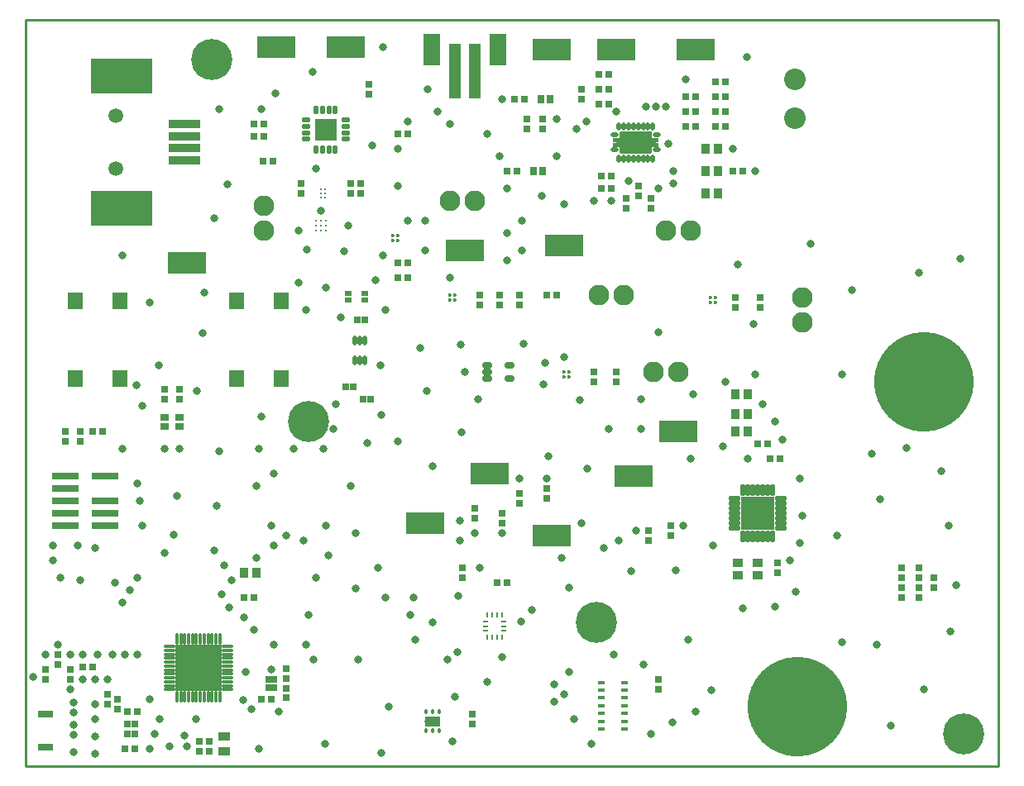
<source format=gts>
G04*
G04 #@! TF.GenerationSoftware,Altium Limited,Altium Designer,20.1.11 (218)*
G04*
G04 Layer_Color=8388736*
%FSLAX25Y25*%
%MOIN*%
G70*
G04*
G04 #@! TF.SameCoordinates,CECB5A23-850B-4153-B343-40316EC9BAD4*
G04*
G04*
G04 #@! TF.FilePolarity,Negative*
G04*
G01*
G75*
%ADD10C,0.01000*%
%ADD34R,0.10984X0.02913*%
%ADD43R,0.02953X0.01378*%
%ADD44C,0.01417*%
G04:AMPARAMS|DCode=57|XSize=17.72mil|YSize=11.81mil|CornerRadius=1.95mil|HoleSize=0mil|Usage=FLASHONLY|Rotation=90.000|XOffset=0mil|YOffset=0mil|HoleType=Round|Shape=RoundedRectangle|*
%AMROUNDEDRECTD57*
21,1,0.01772,0.00791,0,0,90.0*
21,1,0.01382,0.01181,0,0,90.0*
1,1,0.00390,0.00396,0.00691*
1,1,0.00390,0.00396,-0.00691*
1,1,0.00390,-0.00396,-0.00691*
1,1,0.00390,-0.00396,0.00691*
%
%ADD57ROUNDEDRECTD57*%
%ADD58R,0.00984X0.01870*%
%ADD59R,0.01870X0.00984*%
%ADD61R,0.15170X0.08871*%
%ADD62R,0.06142X0.03150*%
%ADD63R,0.12611X0.03556*%
%ADD64R,0.24580X0.14186*%
%ADD65R,0.03162X0.02769*%
%ADD66R,0.02769X0.03162*%
%ADD67R,0.02769X0.03556*%
%ADD68R,0.04737X0.22453*%
%ADD69R,0.07099X0.12611*%
%ADD70R,0.09068X0.09068*%
%ADD71O,0.03753X0.01981*%
%ADD72O,0.01981X0.03753*%
%ADD73R,0.18910X0.18910*%
%ADD74O,0.01587X0.04540*%
%ADD75O,0.04540X0.01587*%
G04:AMPARAMS|DCode=76|XSize=11.81mil|YSize=11.81mil|CornerRadius=1.95mil|HoleSize=0mil|Usage=FLASHONLY|Rotation=0.000|XOffset=0mil|YOffset=0mil|HoleType=Round|Shape=RoundedRectangle|*
%AMROUNDEDRECTD76*
21,1,0.01181,0.00791,0,0,0.0*
21,1,0.00791,0.01181,0,0,0.0*
1,1,0.00390,0.00396,-0.00396*
1,1,0.00390,-0.00396,-0.00396*
1,1,0.00390,-0.00396,0.00396*
1,1,0.00390,0.00396,0.00396*
%
%ADD76ROUNDEDRECTD76*%
G04:AMPARAMS|DCode=77|XSize=17.45mil|YSize=31.62mil|CornerRadius=5.98mil|HoleSize=0mil|Usage=FLASHONLY|Rotation=270.000|XOffset=0mil|YOffset=0mil|HoleType=Round|Shape=RoundedRectangle|*
%AMROUNDEDRECTD77*
21,1,0.01745,0.01965,0,0,270.0*
21,1,0.00548,0.03162,0,0,270.0*
1,1,0.01197,-0.00983,-0.00274*
1,1,0.01197,-0.00983,0.00274*
1,1,0.01197,0.00983,0.00274*
1,1,0.01197,0.00983,-0.00274*
%
%ADD77ROUNDEDRECTD77*%
G04:AMPARAMS|DCode=78|XSize=17.45mil|YSize=31.62mil|CornerRadius=5.98mil|HoleSize=0mil|Usage=FLASHONLY|Rotation=0.000|XOffset=0mil|YOffset=0mil|HoleType=Round|Shape=RoundedRectangle|*
%AMROUNDEDRECTD78*
21,1,0.01745,0.01965,0,0,0.0*
21,1,0.00548,0.03162,0,0,0.0*
1,1,0.01197,0.00274,-0.00983*
1,1,0.01197,-0.00274,-0.00983*
1,1,0.01197,-0.00274,0.00983*
1,1,0.01197,0.00274,0.00983*
%
%ADD78ROUNDEDRECTD78*%
%ADD79R,0.03162X0.03162*%
%ADD80R,0.03162X0.03162*%
%ADD81R,0.03753X0.04147*%
G04:AMPARAMS|DCode=82|XSize=23.75mil|YSize=41.47mil|CornerRadius=5.97mil|HoleSize=0mil|Usage=FLASHONLY|Rotation=90.000|XOffset=0mil|YOffset=0mil|HoleType=Round|Shape=RoundedRectangle|*
%AMROUNDEDRECTD82*
21,1,0.02375,0.02953,0,0,90.0*
21,1,0.01181,0.04147,0,0,90.0*
1,1,0.01194,0.01476,0.00591*
1,1,0.01194,0.01476,-0.00591*
1,1,0.01194,-0.01476,-0.00591*
1,1,0.01194,-0.01476,0.00591*
%
%ADD82ROUNDEDRECTD82*%
G04:AMPARAMS|DCode=83|XSize=46.98mil|YSize=18.63mil|CornerRadius=5.33mil|HoleSize=0mil|Usage=FLASHONLY|Rotation=270.000|XOffset=0mil|YOffset=0mil|HoleType=Round|Shape=RoundedRectangle|*
%AMROUNDEDRECTD83*
21,1,0.04698,0.00797,0,0,270.0*
21,1,0.03632,0.01863,0,0,270.0*
1,1,0.01066,-0.00399,-0.01816*
1,1,0.01066,-0.00399,0.01816*
1,1,0.01066,0.00399,0.01816*
1,1,0.01066,0.00399,-0.01816*
%
%ADD83ROUNDEDRECTD83*%
G04:AMPARAMS|DCode=84|XSize=46.98mil|YSize=18.63mil|CornerRadius=5.33mil|HoleSize=0mil|Usage=FLASHONLY|Rotation=180.000|XOffset=0mil|YOffset=0mil|HoleType=Round|Shape=RoundedRectangle|*
%AMROUNDEDRECTD84*
21,1,0.04698,0.00797,0,0,180.0*
21,1,0.03632,0.01863,0,0,180.0*
1,1,0.01066,-0.01816,0.00399*
1,1,0.01066,0.01816,0.00399*
1,1,0.01066,0.01816,-0.00399*
1,1,0.01066,-0.01816,-0.00399*
%
%ADD84ROUNDEDRECTD84*%
%ADD85R,0.13595X0.13595*%
%ADD86R,0.04147X0.03753*%
%ADD87C,0.01299*%
%ADD88R,0.02847X0.01981*%
G04:AMPARAMS|DCode=89|XSize=19.81mil|YSize=37.53mil|CornerRadius=5.95mil|HoleSize=0mil|Usage=FLASHONLY|Rotation=180.000|XOffset=0mil|YOffset=0mil|HoleType=Round|Shape=RoundedRectangle|*
%AMROUNDEDRECTD89*
21,1,0.01981,0.02563,0,0,180.0*
21,1,0.00791,0.03753,0,0,180.0*
1,1,0.01190,-0.00396,0.01282*
1,1,0.01190,0.00396,0.01282*
1,1,0.01190,0.00396,-0.01282*
1,1,0.01190,-0.00396,-0.01282*
%
%ADD89ROUNDEDRECTD89*%
%ADD90R,0.02769X0.02572*%
%ADD91C,0.01043*%
%ADD92R,0.03556X0.02769*%
%ADD93R,0.04800X0.03300*%
%ADD94R,0.04961X0.02736*%
%ADD95R,0.02646X0.03039*%
G04:AMPARAMS|DCode=96|XSize=39.37mil|YSize=62.99mil|CornerRadius=1.97mil|HoleSize=0mil|Usage=FLASHONLY|Rotation=90.000|XOffset=0mil|YOffset=0mil|HoleType=Round|Shape=RoundedRectangle|*
%AMROUNDEDRECTD96*
21,1,0.03937,0.05906,0,0,90.0*
21,1,0.03543,0.06299,0,0,90.0*
1,1,0.00394,0.02953,0.01772*
1,1,0.00394,0.02953,-0.01772*
1,1,0.00394,-0.02953,-0.01772*
1,1,0.00394,-0.02953,0.01772*
%
%ADD96ROUNDEDRECTD96*%
%ADD97R,0.05918X0.06902*%
%ADD98C,0.05918*%
%ADD99C,0.08674*%
%ADD100C,0.16548*%
%ADD101C,0.08300*%
%ADD102C,0.40170*%
%ADD103C,0.03300*%
%ADD104C,0.02769*%
%ADD105C,0.01968*%
G36*
X251946Y255937D02*
X251997Y255927D01*
X252047Y255910D01*
X252094Y255887D01*
X252138Y255858D01*
X252177Y255823D01*
X252212Y255784D01*
X252241Y255740D01*
X252264Y255693D01*
X252281Y255643D01*
X252291Y255592D01*
X252295Y255540D01*
Y253440D01*
X254748Y253440D01*
X254800Y253437D01*
X254852Y253427D01*
X254901Y253410D01*
X254948Y253387D01*
X254992Y253358D01*
X255031Y253323D01*
X255066Y253284D01*
X255095Y253240D01*
X255118Y253193D01*
X255135Y253143D01*
X255145Y253092D01*
X255149Y253040D01*
Y252134D01*
X255145Y252082D01*
X255135Y252030D01*
X255118Y251981D01*
X255095Y251934D01*
X255066Y251890D01*
X255031Y251851D01*
X254992Y251816D01*
X254948Y251787D01*
X254901Y251764D01*
X254852Y251747D01*
X254800Y251737D01*
X254748Y251733D01*
X253869Y251733D01*
Y251275D01*
X254748Y251275D01*
X254800Y251272D01*
X254852Y251261D01*
X254901Y251245D01*
X254948Y251221D01*
X254992Y251192D01*
X255031Y251158D01*
X255066Y251118D01*
X255095Y251075D01*
X255118Y251028D01*
X255135Y250978D01*
X255145Y250927D01*
X255149Y250874D01*
Y249969D01*
X255145Y249917D01*
X255135Y249865D01*
X255118Y249815D01*
X255095Y249768D01*
X255066Y249725D01*
X255031Y249685D01*
X254992Y249651D01*
X254948Y249622D01*
X254901Y249599D01*
X254852Y249582D01*
X254800Y249571D01*
X254748Y249568D01*
X252295Y249568D01*
Y247469D01*
X252291Y247416D01*
X252281Y247365D01*
X252264Y247315D01*
X252241Y247268D01*
X252212Y247225D01*
X252177Y247185D01*
X252138Y247151D01*
X252094Y247122D01*
X252047Y247098D01*
X251997Y247082D01*
X251946Y247071D01*
X251894Y247068D01*
X239886D01*
X239833Y247071D01*
X239782Y247082D01*
X239732Y247098D01*
X239685Y247122D01*
X239642Y247151D01*
X239602Y247185D01*
X239568Y247225D01*
X239539Y247268D01*
X239515Y247315D01*
X239499Y247365D01*
X239488Y247416D01*
X239485Y247469D01*
Y249568D01*
X237031Y249568D01*
X236979Y249571D01*
X236927Y249582D01*
X236878Y249599D01*
X236831Y249622D01*
X236787Y249651D01*
X236748Y249685D01*
X236713Y249725D01*
X236684Y249768D01*
X236661Y249815D01*
X236644Y249865D01*
X236634Y249917D01*
X236630Y249969D01*
Y250874D01*
X236634Y250927D01*
X236644Y250978D01*
X236661Y251028D01*
X236684Y251075D01*
X236713Y251118D01*
X236748Y251158D01*
X236787Y251192D01*
X236831Y251221D01*
X236878Y251245D01*
X236927Y251261D01*
X236979Y251272D01*
X237031Y251275D01*
X237910Y251275D01*
Y251733D01*
X237031Y251733D01*
X236979Y251737D01*
X236927Y251747D01*
X236878Y251764D01*
X236831Y251787D01*
X236787Y251816D01*
X236748Y251851D01*
X236713Y251890D01*
X236684Y251934D01*
X236661Y251981D01*
X236644Y252030D01*
X236634Y252082D01*
X236630Y252134D01*
Y253040D01*
X236634Y253092D01*
X236644Y253143D01*
X236661Y253193D01*
X236684Y253240D01*
X236713Y253284D01*
X236748Y253323D01*
X236787Y253358D01*
X236831Y253387D01*
X236878Y253410D01*
X236927Y253427D01*
X236979Y253437D01*
X237031Y253440D01*
X239485Y253440D01*
Y255540D01*
X239488Y255592D01*
X239499Y255643D01*
X239515Y255693D01*
X239539Y255740D01*
X239568Y255784D01*
X239602Y255823D01*
X239642Y255858D01*
X239685Y255887D01*
X239732Y255910D01*
X239782Y255927D01*
X239833Y255937D01*
X239886Y255941D01*
X251894D01*
X251946Y255937D01*
D02*
G37*
D10*
X0Y0D02*
X392000D01*
Y301000D01*
X0D02*
X392000D01*
X0Y0D02*
Y301000D01*
D34*
X32012Y97000D02*
D03*
Y102000D02*
D03*
Y107000D02*
D03*
Y117000D02*
D03*
X15988Y97000D02*
D03*
Y102000D02*
D03*
Y107000D02*
D03*
Y112000D02*
D03*
Y117000D02*
D03*
D43*
X241449Y33748D02*
D03*
Y30598D02*
D03*
Y27449D02*
D03*
Y24299D02*
D03*
Y21150D02*
D03*
Y18000D02*
D03*
Y14850D02*
D03*
X232000D02*
D03*
Y18000D02*
D03*
Y21150D02*
D03*
Y24299D02*
D03*
Y27449D02*
D03*
Y30598D02*
D03*
Y33748D02*
D03*
D44*
X276016Y188984D02*
D03*
X277984D02*
D03*
X276016Y187016D02*
D03*
X277984D02*
D03*
X217000Y158968D02*
D03*
X218969D02*
D03*
X217000Y157000D02*
D03*
X218969D02*
D03*
X148016Y212016D02*
D03*
Y213984D02*
D03*
X149984Y212016D02*
D03*
Y213984D02*
D03*
X172968Y188031D02*
D03*
X171000D02*
D03*
X172968Y190000D02*
D03*
X171000D02*
D03*
D57*
X161441Y14161D02*
D03*
X164000D02*
D03*
X166559D02*
D03*
Y21839D02*
D03*
X164000D02*
D03*
X161441D02*
D03*
D58*
X186094Y51846D02*
D03*
X188063D02*
D03*
X190032D02*
D03*
X192000D02*
D03*
Y61000D02*
D03*
X190032D02*
D03*
X188063D02*
D03*
X186094D02*
D03*
D59*
X192640Y54455D02*
D03*
Y56423D02*
D03*
Y58392D02*
D03*
X185455D02*
D03*
Y56423D02*
D03*
Y54455D02*
D03*
D61*
X212000Y93000D02*
D03*
X101000Y290000D02*
D03*
X129000D02*
D03*
X212000Y289000D02*
D03*
X238000D02*
D03*
X270000D02*
D03*
X263000Y135000D02*
D03*
X245000Y117000D02*
D03*
X177000Y208000D02*
D03*
X65000Y203000D02*
D03*
X161000Y98000D02*
D03*
X187000Y118000D02*
D03*
X217000Y210000D02*
D03*
D62*
X8000Y7590D02*
D03*
Y21000D02*
D03*
D63*
X64000Y254079D02*
D03*
Y249158D02*
D03*
Y259000D02*
D03*
Y244236D02*
D03*
D64*
X38803Y224847D02*
D03*
Y278390D02*
D03*
D65*
X251000Y91000D02*
D03*
Y94937D02*
D03*
X224000Y272969D02*
D03*
Y269032D02*
D03*
X202000Y257000D02*
D03*
Y260937D02*
D03*
X180000Y17000D02*
D03*
Y20937D02*
D03*
X138500Y271063D02*
D03*
Y275000D02*
D03*
X255000Y34937D02*
D03*
Y31000D02*
D03*
X260000Y96969D02*
D03*
Y93032D02*
D03*
X181000Y103969D02*
D03*
Y100031D02*
D03*
X192000Y102000D02*
D03*
Y98063D02*
D03*
X199000Y106032D02*
D03*
Y109968D02*
D03*
X210000Y108000D02*
D03*
Y111937D02*
D03*
X360000Y76000D02*
D03*
Y79937D02*
D03*
Y71969D02*
D03*
Y68032D02*
D03*
X208299Y257031D02*
D03*
Y260968D02*
D03*
X111000Y234937D02*
D03*
Y231000D02*
D03*
X22000Y134937D02*
D03*
Y131000D02*
D03*
X56000Y151969D02*
D03*
Y148031D02*
D03*
X62000Y148063D02*
D03*
Y152000D02*
D03*
X176000Y76063D02*
D03*
Y80000D02*
D03*
D66*
X201000Y269000D02*
D03*
X197063D02*
D03*
X154000Y255000D02*
D03*
X150063D02*
D03*
X288937Y240000D02*
D03*
X285000D02*
D03*
X194063D02*
D03*
X198000D02*
D03*
X131000Y235000D02*
D03*
X134937D02*
D03*
X131000Y231000D02*
D03*
X134937D02*
D03*
X30937Y135000D02*
D03*
X27000D02*
D03*
X92000Y259000D02*
D03*
X95937D02*
D03*
X92000Y254000D02*
D03*
X95937D02*
D03*
X193937Y74000D02*
D03*
X190000D02*
D03*
D67*
X207630Y269000D02*
D03*
X211370D02*
D03*
X204630Y240000D02*
D03*
X208370D02*
D03*
D68*
X180937Y280142D02*
D03*
X173063D02*
D03*
D69*
X190386Y289000D02*
D03*
X163614D02*
D03*
D70*
X120972Y256720D02*
D03*
D71*
X128945Y260559D02*
D03*
Y258000D02*
D03*
Y255441D02*
D03*
Y252882D02*
D03*
X113000D02*
D03*
Y255441D02*
D03*
Y258000D02*
D03*
Y260559D02*
D03*
D72*
X124811Y248748D02*
D03*
X122252D02*
D03*
X119693D02*
D03*
X117134D02*
D03*
Y264693D02*
D03*
X119693D02*
D03*
X122252D02*
D03*
X124811D02*
D03*
D73*
X69614Y39512D02*
D03*
D74*
X78276Y27898D02*
D03*
X76701D02*
D03*
X75126D02*
D03*
X73551D02*
D03*
X71976D02*
D03*
X70402D02*
D03*
X68827D02*
D03*
X67252D02*
D03*
X65677D02*
D03*
X64102D02*
D03*
X62528D02*
D03*
X60953D02*
D03*
Y51126D02*
D03*
X62528D02*
D03*
X64102D02*
D03*
X65677D02*
D03*
X67252D02*
D03*
X68827D02*
D03*
X70402D02*
D03*
X71976D02*
D03*
X73551D02*
D03*
X75126D02*
D03*
X76701D02*
D03*
X78276D02*
D03*
D75*
X58000Y30850D02*
D03*
Y32425D02*
D03*
Y34000D02*
D03*
Y35575D02*
D03*
Y37150D02*
D03*
Y38724D02*
D03*
Y40299D02*
D03*
Y41874D02*
D03*
Y43449D02*
D03*
Y45024D02*
D03*
Y46598D02*
D03*
Y48173D02*
D03*
X81228D02*
D03*
Y46598D02*
D03*
Y45024D02*
D03*
Y43449D02*
D03*
Y41874D02*
D03*
Y40299D02*
D03*
Y38724D02*
D03*
Y37150D02*
D03*
Y35575D02*
D03*
Y34000D02*
D03*
Y32425D02*
D03*
Y30850D02*
D03*
D76*
X245890Y251504D02*
D03*
D77*
X237425Y248552D02*
D03*
Y254457D02*
D03*
X254354D02*
D03*
Y248552D02*
D03*
D78*
X239000Y258000D02*
D03*
X240968D02*
D03*
X242937D02*
D03*
X244905D02*
D03*
X246874D02*
D03*
X248843D02*
D03*
X250811D02*
D03*
X252780D02*
D03*
Y245008D02*
D03*
X250811D02*
D03*
X248843D02*
D03*
X246874D02*
D03*
X244905D02*
D03*
X242937D02*
D03*
X240968D02*
D03*
X239000D02*
D03*
D79*
X247000Y233937D02*
D03*
Y230000D02*
D03*
X242000Y228969D02*
D03*
Y225031D02*
D03*
X252000Y228937D02*
D03*
Y225000D02*
D03*
X296000Y189000D02*
D03*
Y185063D02*
D03*
X286000D02*
D03*
Y189000D02*
D03*
X238000Y159000D02*
D03*
Y155063D02*
D03*
X229000D02*
D03*
Y159000D02*
D03*
X353000Y76000D02*
D03*
Y79937D02*
D03*
Y68032D02*
D03*
Y71969D02*
D03*
X303000Y78063D02*
D03*
Y82000D02*
D03*
X366000Y72000D02*
D03*
Y75937D02*
D03*
X16000Y134937D02*
D03*
Y131000D02*
D03*
X33000Y25000D02*
D03*
Y28937D02*
D03*
X70000Y10000D02*
D03*
Y6063D02*
D03*
X74000D02*
D03*
Y10000D02*
D03*
X105000Y35386D02*
D03*
Y39323D02*
D03*
Y31386D02*
D03*
Y27449D02*
D03*
X37000Y23031D02*
D03*
Y26969D02*
D03*
X183000Y190000D02*
D03*
Y186063D02*
D03*
X191000Y190000D02*
D03*
Y186063D02*
D03*
X8000Y35032D02*
D03*
Y38969D02*
D03*
X13000Y41000D02*
D03*
Y44937D02*
D03*
X18000Y35032D02*
D03*
Y38969D02*
D03*
X199000Y186063D02*
D03*
Y190000D02*
D03*
D80*
X282063Y264000D02*
D03*
X278126D02*
D03*
X282063Y258000D02*
D03*
X278126D02*
D03*
X282063Y270000D02*
D03*
X278126D02*
D03*
X282063Y276000D02*
D03*
X278126D02*
D03*
X266126Y258000D02*
D03*
X270063D02*
D03*
X266094Y264000D02*
D03*
X270031D02*
D03*
X266063Y270000D02*
D03*
X270000D02*
D03*
X88000Y68000D02*
D03*
X91937D02*
D03*
X153937Y197000D02*
D03*
X150000D02*
D03*
Y203000D02*
D03*
X153937D02*
D03*
X236000Y233000D02*
D03*
X232063D02*
D03*
X236000Y238000D02*
D03*
X232063D02*
D03*
X235000Y279000D02*
D03*
X231063D02*
D03*
X235000Y273000D02*
D03*
X231063D02*
D03*
X234937Y267000D02*
D03*
X231000D02*
D03*
X300031Y124000D02*
D03*
X303969D02*
D03*
X295000Y130000D02*
D03*
X298937D02*
D03*
X99761Y244060D02*
D03*
X95824D02*
D03*
X98937Y27000D02*
D03*
X95000D02*
D03*
X44937Y21937D02*
D03*
X41000D02*
D03*
X40063Y6937D02*
D03*
X44000D02*
D03*
X23000Y40000D02*
D03*
X26937D02*
D03*
X210000Y190000D02*
D03*
X213937D02*
D03*
D81*
X274079Y231000D02*
D03*
X279000D02*
D03*
X274079Y240000D02*
D03*
X279000D02*
D03*
X274079Y249000D02*
D03*
X279000D02*
D03*
X92921Y78000D02*
D03*
X88000D02*
D03*
X286079Y135000D02*
D03*
X291000D02*
D03*
X286079Y142000D02*
D03*
X291000D02*
D03*
X286079Y150000D02*
D03*
X291000D02*
D03*
D82*
X194858Y161559D02*
D03*
Y156441D02*
D03*
X186000D02*
D03*
Y159000D02*
D03*
Y161559D02*
D03*
D83*
X300905Y111291D02*
D03*
X298937D02*
D03*
X296969D02*
D03*
X295000D02*
D03*
X293032D02*
D03*
X291063D02*
D03*
X289094D02*
D03*
Y92709D02*
D03*
X291063D02*
D03*
X293032D02*
D03*
X295000D02*
D03*
X296969D02*
D03*
X298937D02*
D03*
X300905D02*
D03*
D84*
X304291Y96095D02*
D03*
Y98063D02*
D03*
Y100031D02*
D03*
Y102000D02*
D03*
Y103969D02*
D03*
Y105937D02*
D03*
Y107905D02*
D03*
X285709D02*
D03*
Y105937D02*
D03*
Y103969D02*
D03*
Y102000D02*
D03*
Y100031D02*
D03*
Y98063D02*
D03*
Y96095D02*
D03*
D85*
X295000Y102000D02*
D03*
D86*
X287000Y82000D02*
D03*
Y77079D02*
D03*
X295000Y82000D02*
D03*
Y77079D02*
D03*
D87*
X120653Y229425D02*
D03*
X119000D02*
D03*
X120653Y231000D02*
D03*
X119000D02*
D03*
Y232575D02*
D03*
X120653D02*
D03*
D88*
X136614Y188000D02*
D03*
Y190559D02*
D03*
X130000D02*
D03*
Y188000D02*
D03*
D89*
X132677Y163543D02*
D03*
X134646D02*
D03*
X136614D02*
D03*
Y171614D02*
D03*
X134646D02*
D03*
X132677D02*
D03*
D90*
X133661Y179807D02*
D03*
X136614D02*
D03*
X129047Y153000D02*
D03*
X132000D02*
D03*
X138953Y148000D02*
D03*
X136000D02*
D03*
D91*
X117000Y219937D02*
D03*
X118968D02*
D03*
X120937D02*
D03*
X117000Y217969D02*
D03*
Y216000D02*
D03*
X118968Y217969D02*
D03*
X120937D02*
D03*
X118968Y216000D02*
D03*
X120937D02*
D03*
D92*
X62000Y140740D02*
D03*
Y137000D02*
D03*
X56000Y140740D02*
D03*
Y137000D02*
D03*
D93*
X80000Y12000D02*
D03*
Y6000D02*
D03*
D94*
X99000Y31772D02*
D03*
Y35000D02*
D03*
D95*
X44150Y13000D02*
D03*
Y16937D02*
D03*
X41000D02*
D03*
Y13000D02*
D03*
D96*
X164000Y18000D02*
D03*
D97*
X20142Y187650D02*
D03*
X37858D02*
D03*
Y156350D02*
D03*
X20142D02*
D03*
X102858Y156350D02*
D03*
X85142D02*
D03*
Y187650D02*
D03*
X102858D02*
D03*
D98*
X36441Y262445D02*
D03*
Y240791D02*
D03*
D99*
X310000Y261252D02*
D03*
Y277000D02*
D03*
D100*
X75000Y285000D02*
D03*
X378000Y13000D02*
D03*
X114000Y139000D02*
D03*
X230000Y58000D02*
D03*
D101*
X258000Y216000D02*
D03*
X268000D02*
D03*
X253000Y159000D02*
D03*
X263000D02*
D03*
X96000Y216000D02*
D03*
Y226000D02*
D03*
X313000Y179000D02*
D03*
Y189000D02*
D03*
X241000Y190000D02*
D03*
X231000D02*
D03*
X181000Y228000D02*
D03*
X171000D02*
D03*
D102*
X362000Y155000D02*
D03*
X311000Y24000D02*
D03*
D103*
X259000Y251000D02*
D03*
X45000Y45000D02*
D03*
X40000D02*
D03*
X35000D02*
D03*
X29000D02*
D03*
X23000D02*
D03*
X18000D02*
D03*
X8000D02*
D03*
X3000Y36000D02*
D03*
X19195Y5500D02*
D03*
Y12500D02*
D03*
Y16500D02*
D03*
Y21500D02*
D03*
Y25500D02*
D03*
X28000Y25000D02*
D03*
X199000Y116000D02*
D03*
X181000Y94000D02*
D03*
X266000Y277000D02*
D03*
X294000Y240000D02*
D03*
X285000Y249000D02*
D03*
X222000Y257000D02*
D03*
X214000Y261000D02*
D03*
X226000Y260000D02*
D03*
X261000Y235000D02*
D03*
X191000Y245850D02*
D03*
X258000Y266000D02*
D03*
X254000D02*
D03*
X250000D02*
D03*
X255000Y233000D02*
D03*
X261000Y240000D02*
D03*
X229000Y228000D02*
D03*
X242937Y236000D02*
D03*
X236000Y228000D02*
D03*
X238000Y264000D02*
D03*
X68827Y18850D02*
D03*
X175000Y91000D02*
D03*
X186000Y34000D02*
D03*
X116000Y43000D02*
D03*
X290814Y285924D02*
D03*
X355026Y128148D02*
D03*
X369000Y119000D02*
D03*
X372000Y97000D02*
D03*
X375000Y73000D02*
D03*
X348550Y16213D02*
D03*
X362000Y31000D02*
D03*
X372603Y54141D02*
D03*
X343000Y49000D02*
D03*
X329000Y50000D02*
D03*
Y158000D02*
D03*
X340841Y125989D02*
D03*
X344233Y107488D02*
D03*
X327000Y93000D02*
D03*
X376611Y204622D02*
D03*
X360000Y199000D02*
D03*
X333000Y192000D02*
D03*
X316481Y210481D02*
D03*
X286878Y202155D02*
D03*
X293354Y178411D02*
D03*
X214000Y246000D02*
D03*
X216880Y226516D02*
D03*
X208000Y230000D02*
D03*
X166000Y264000D02*
D03*
X162000Y273000D02*
D03*
X139601Y250149D02*
D03*
X115672Y280104D02*
D03*
X100695Y271324D02*
D03*
X95000Y265000D02*
D03*
X78000D02*
D03*
X81413Y234483D02*
D03*
X76000Y221000D02*
D03*
X39000Y206000D02*
D03*
X95000Y141000D02*
D03*
X71428Y174746D02*
D03*
X72000Y191000D02*
D03*
X50000Y187000D02*
D03*
X69018Y151161D02*
D03*
X53524Y161490D02*
D03*
X44572Y153743D02*
D03*
X47155Y145135D02*
D03*
X39000Y128000D02*
D03*
X45000Y114000D02*
D03*
X59722Y93145D02*
D03*
X61000Y109000D02*
D03*
X78000Y127000D02*
D03*
X108000Y128000D02*
D03*
X94000D02*
D03*
X120000D02*
D03*
X124000Y136000D02*
D03*
X125000Y146000D02*
D03*
X113000Y184000D02*
D03*
X110000Y195000D02*
D03*
X121000Y193000D02*
D03*
X113434Y208144D02*
D03*
X128239Y207455D02*
D03*
X144000Y206000D02*
D03*
X141000Y196000D02*
D03*
X145000Y184000D02*
D03*
X127000Y181000D02*
D03*
X143044Y161490D02*
D03*
X143389Y141520D02*
D03*
X137536Y130158D02*
D03*
X150000Y131000D02*
D03*
X158883Y168548D02*
D03*
X161809Y151333D02*
D03*
X175582Y134462D02*
D03*
X182296Y147890D02*
D03*
X175237Y169925D02*
D03*
X200716Y170270D02*
D03*
X209324Y162695D02*
D03*
X208807Y154087D02*
D03*
X223268Y147546D02*
D03*
X235000Y136000D02*
D03*
X210529Y124993D02*
D03*
X226195Y119829D02*
D03*
X247886Y136011D02*
D03*
Y147890D02*
D03*
X268000Y124000D02*
D03*
X269000Y150000D02*
D03*
X281000Y129000D02*
D03*
X282000Y155000D02*
D03*
X294000Y158000D02*
D03*
X297000Y146000D02*
D03*
X302000Y139000D02*
D03*
X305041Y131535D02*
D03*
X312000Y116000D02*
D03*
X313000Y101000D02*
D03*
X312000Y90000D02*
D03*
X308000Y83000D02*
D03*
X310378Y70420D02*
D03*
X301942Y64223D02*
D03*
X288859Y63706D02*
D03*
X262000Y79000D02*
D03*
X267000Y51000D02*
D03*
X276464Y30481D02*
D03*
X260798Y17569D02*
D03*
X252000Y13000D02*
D03*
X228000Y9000D02*
D03*
X221000Y19000D02*
D03*
X217000Y29000D02*
D03*
X219000Y38000D02*
D03*
X237000Y45000D02*
D03*
X243994Y78497D02*
D03*
X239000Y91000D02*
D03*
X224000Y98000D02*
D03*
X219000Y72000D02*
D03*
X175000Y99000D02*
D03*
X164000Y121000D02*
D03*
X28000Y5000D02*
D03*
Y12000D02*
D03*
Y19000D02*
D03*
X23000Y35000D02*
D03*
X33000D02*
D03*
X18000Y31000D02*
D03*
X28000Y35000D02*
D03*
X13000Y49000D02*
D03*
X14129Y76012D02*
D03*
X22000Y75000D02*
D03*
X36000Y74000D02*
D03*
X56000Y86000D02*
D03*
X99000Y97000D02*
D03*
X87655Y26449D02*
D03*
X88744Y37887D02*
D03*
X99000Y39000D02*
D03*
X100000Y49000D02*
D03*
X92000Y55000D02*
D03*
X112000Y91000D02*
D03*
X122000Y85000D02*
D03*
X132860Y71473D02*
D03*
X174252Y68568D02*
D03*
X156279Y68024D02*
D03*
X145000Y68000D02*
D03*
X157006Y50958D02*
D03*
X146476Y23908D02*
D03*
X143208Y5390D02*
D03*
X120696Y8839D02*
D03*
X94000Y7000D02*
D03*
X171000Y197000D02*
D03*
X217000Y165000D02*
D03*
X91000Y23000D02*
D03*
X192000Y269000D02*
D03*
X171000Y259000D02*
D03*
X194000Y233000D02*
D03*
X204000Y63000D02*
D03*
X144000Y290000D02*
D03*
X291000Y124000D02*
D03*
X93000Y84000D02*
D03*
X142000Y80000D02*
D03*
X133000Y94000D02*
D03*
X121000Y97000D02*
D03*
X100000Y118000D02*
D03*
X114000Y61000D02*
D03*
X117000Y76000D02*
D03*
X194000Y204000D02*
D03*
X200000Y208000D02*
D03*
X194000Y215000D02*
D03*
X200000Y220000D02*
D03*
X161000D02*
D03*
X154000D02*
D03*
X150000Y234000D02*
D03*
X172000Y10000D02*
D03*
X150000Y249000D02*
D03*
X154000Y260000D02*
D03*
X186000Y255000D02*
D03*
X155000Y61000D02*
D03*
X164000Y58040D02*
D03*
X213000Y33000D02*
D03*
Y26000D02*
D03*
X249000Y41000D02*
D03*
X105000Y93000D02*
D03*
X100000Y89000D02*
D03*
X270000Y22000D02*
D03*
X265032Y97031D02*
D03*
X134000Y43000D02*
D03*
X113000Y49000D02*
D03*
X173000Y28000D02*
D03*
X170000Y43000D02*
D03*
X174000Y46000D02*
D03*
X199608Y58392D02*
D03*
X192000Y44000D02*
D03*
X183000Y80000D02*
D03*
X233000Y88000D02*
D03*
X216000Y84000D02*
D03*
X80000Y81000D02*
D03*
X83000Y75000D02*
D03*
X76000Y87000D02*
D03*
X255000Y175000D02*
D03*
X130000Y218000D02*
D03*
X110000Y216000D02*
D03*
X119000Y224000D02*
D03*
X161000Y208000D02*
D03*
X131000Y113000D02*
D03*
X93000D02*
D03*
X177000Y159000D02*
D03*
X102000Y22000D02*
D03*
X65000Y8000D02*
D03*
X50000Y7000D02*
D03*
X58000Y8000D02*
D03*
X64000Y12250D02*
D03*
X246000Y95000D02*
D03*
X77000Y105000D02*
D03*
X192000Y94000D02*
D03*
X210000Y116000D02*
D03*
X277000Y89000D02*
D03*
X295000Y102000D02*
D03*
X117000Y241000D02*
D03*
X88000Y60000D02*
D03*
X79000Y69250D02*
D03*
X82000Y64000D02*
D03*
X62000Y128000D02*
D03*
X56000D02*
D03*
X47150Y97000D02*
D03*
X46000Y107000D02*
D03*
X11000Y83000D02*
D03*
X28000Y88000D02*
D03*
X42000Y71000D02*
D03*
X39000Y66000D02*
D03*
X45000Y76000D02*
D03*
X11000Y89000D02*
D03*
X21000D02*
D03*
X52000Y13000D02*
D03*
X54000Y19000D02*
D03*
X50000Y27000D02*
D03*
D104*
X118019Y256721D02*
D03*
X123925D02*
D03*
X120972Y259674D02*
D03*
Y253768D02*
D03*
X63118Y46008D02*
D03*
X67449D02*
D03*
X71780D02*
D03*
X76110D02*
D03*
X63118Y41677D02*
D03*
X67449D02*
D03*
X71780D02*
D03*
X76110D02*
D03*
X63118Y37347D02*
D03*
X67449D02*
D03*
X71780D02*
D03*
X76110D02*
D03*
X63118Y33016D02*
D03*
X67449D02*
D03*
X71780D02*
D03*
X76110D02*
D03*
X245890Y248453D02*
D03*
X240870Y251504D02*
D03*
X245890Y254555D02*
D03*
X250909Y251504D02*
D03*
D105*
X161835Y18000D02*
D03*
X166165D02*
D03*
M02*

</source>
